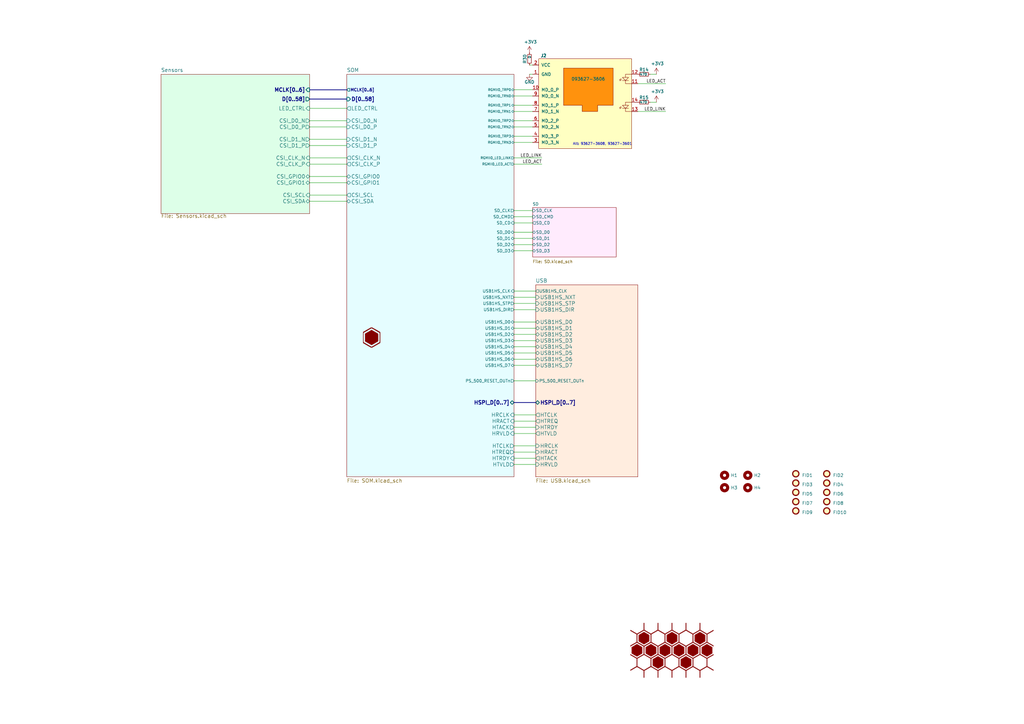
<source format=kicad_sch>
(kicad_sch (version 20230819) (generator eeschema)
  (paper "A3")
  (title_block (rev "A") (company "NA"))
  (lib_symbols
    (symbol "Device:R_Small" (pin_numbers hide) (pin_names (offset 0.254) hide)
      (property "Reference" "R" (at 0.762 0.508 0))
      (property "Value" "R_Small" (at 0.762 -1.016 0))
      (symbol "R_Small_1_1"
        (pin passive line (at 0 2.54 270) (length 0.762) (name "~") (number "1"))
        (pin passive line (at 0 -2.54 90) (length 0.762) (name "~") (number "2"))
      )
    )
    (symbol "Mechanical:Fiducial"
      (property "Reference" "FID" (at 0 5.08 0))
      (property "Value" "Fiducial" (at 0 3.175 0))
    )
    (symbol "Mechanical:MountingHole" (pin_names (offset 1.016))
      (property "Reference" "H" (at 0 5.08 0))
      (property "Value" "MountingHole" (at 0 3.175 0))
    )
    (symbol "hexa:LOGO" (pin_names (offset 1.016)))
    (symbol "logo:LOGO" (pin_names (offset 1.016)))
    (symbol "molex_0936273601:0936273601" (pin_names (offset 1.016))
      (property "Reference" "J" (at 0 16.51 0))
      (property "Value" "093627-3601" (at 0 19.05 0))
      (symbol "0936273601_1_1"
        (pin input line (at -24.13 6.35 0) (length 2.54) (name "GND") (number "1"))
        (pin input line (at -24.13 0 0) (length 2.54) (name "MD_0_P") (number "10"))
        (pin passive line (at 19.05 2.54 180) (length 2.54) (name "") (number "11"))
        (pin passive line (at 19.05 6.35 180) (length 2.54) (name "") (number "12"))
        (pin passive line (at 19.05 -8.89 180) (length 2.54) (name "") (number "13"))
        (pin passive line (at 19.05 -5.08 180) (length 2.54) (name "") (number "14"))
        (pin input line (at -24.13 10.16 0) (length 2.54) (name "VCC") (number "2"))
        (pin input line (at -24.13 -21.59 0) (length 2.54) (name "MD_3_N") (number "3"))
        (pin input line (at -24.13 -19.05 0) (length 2.54) (name "MD_3_P") (number "4"))
        (pin input line (at -24.13 -15.24 0) (length 2.54) (name "MD_2_N") (number "5"))
        (pin input line (at -24.13 -12.7 0) (length 2.54) (name "MD_2_P") (number "6"))
        (pin input line (at -24.13 -8.89 0) (length 2.54) (name "MD_1_N") (number "7"))
        (pin input line (at -24.13 -6.35 0) (length 2.54) (name "MD_1_P") (number "8"))
        (pin input line (at -24.13 -2.54 0) (length 2.54) (name "MD_0_N") (number "9"))
      )
    )
    (symbol "power:+3V3" (power) (pin_names (offset 0))
      (property "Value" "+3V3" (at 0 3.556 0))
      (symbol "+3V3_1_1"
        (pin power_in line (at 0 0 90) (length 0) hide (name "+3V3") (number "1"))
      )
    )
    (symbol "power:GND" (power) (pin_names (offset 0))
      (property "Value" "GND" (at 0 -3.81 0))
      (symbol "GND_1_1"
        (pin power_in line (at 0 0 270) (length 0) hide (name "GND") (number "1"))
      )
    )
  )
  (wire (pts (xy 210.82 182.88) (xy 219.71 182.88)))
  (wire (pts (xy 210.82 144.78) (xy 219.71 144.78)))
  (bus (pts (xy 127 36.83) (xy 142.24 36.83)))
  (wire (pts (xy 127 44.45) (xy 142.24 44.45)))
  (wire (pts (xy 210.82 177.8) (xy 219.71 177.8)))
  (wire (pts (xy 210.82 58.42) (xy 218.44 58.42)))
  (wire (pts (xy 218.44 36.83) (xy 210.82 36.83)))
  (wire (pts (xy 210.82 132.08) (xy 219.71 132.08)))
  (wire (pts (xy 210.82 127) (xy 219.71 127)))
  (wire (pts (xy 210.82 88.9) (xy 218.44 88.9)))
  (wire (pts (xy 218.44 49.53) (xy 210.82 49.53)))
  (wire (pts (xy 210.82 149.86) (xy 219.71 149.86)))
  (wire (pts (xy 210.82 124.46) (xy 219.71 124.46)))
  (bus (pts (xy 127 40.64) (xy 142.24 40.64)))
  (wire (pts (xy 210.82 86.36) (xy 218.44 86.36)))
  (wire (pts (xy 127 64.77) (xy 142.24 64.77)))
  (bus (pts (xy 210.82 165.1) (xy 219.71 165.1)))
  (wire (pts (xy 127 49.53) (xy 142.24 49.53)))
  (wire (pts (xy 210.82 95.25) (xy 218.44 95.25)))
  (wire (pts (xy 210.82 175.26) (xy 219.71 175.26)))
  (wire (pts (xy 261.62 34.29) (xy 273.05 34.29)))
  (wire (pts (xy 218.44 55.88) (xy 210.82 55.88)))
  (wire (pts (xy 210.82 52.07) (xy 218.44 52.07)))
  (wire (pts (xy 210.82 190.5) (xy 219.71 190.5)))
  (wire (pts (xy 218.44 43.18) (xy 210.82 43.18)))
  (wire (pts (xy 210.82 170.18) (xy 219.71 170.18)))
  (wire (pts (xy 210.82 45.72) (xy 218.44 45.72)))
  (wire (pts (xy 218.44 30.48) (xy 217.17 30.48)))
  (wire (pts (xy 127 80.01) (xy 142.24 80.01)))
  (wire (pts (xy 210.82 185.42) (xy 219.71 185.42)))
  (wire (pts (xy 127 57.15) (xy 142.24 57.15)))
  (wire (pts (xy 127 52.07) (xy 142.24 52.07)))
  (wire (pts (xy 217.17 26.67) (xy 218.44 26.67)))
  (wire (pts (xy 127 82.55) (xy 142.24 82.55)))
  (wire (pts (xy 210.82 137.16) (xy 219.71 137.16)))
  (wire (pts (xy 127 72.39) (xy 142.24 72.39)))
  (wire (pts (xy 210.82 119.38) (xy 219.71 119.38)))
  (wire (pts (xy 261.62 45.72) (xy 273.05 45.72)))
  (wire (pts (xy 266.7 30.48) (xy 269.24 30.48)))
  (wire (pts (xy 210.82 172.72) (xy 219.71 172.72)))
  (wire (pts (xy 210.82 139.7) (xy 219.71 139.7)))
  (wire (pts (xy 266.7 41.91) (xy 269.24 41.91)))
  (wire (pts (xy 210.82 67.31) (xy 222.25 67.31)))
  (wire (pts (xy 210.82 97.79) (xy 218.44 97.79)))
  (wire (pts (xy 210.82 64.77) (xy 222.25 64.77)))
  (wire (pts (xy 210.82 142.24) (xy 219.71 142.24)))
  (wire (pts (xy 210.82 100.33) (xy 218.44 100.33)))
  (wire (pts (xy 210.82 156.21) (xy 219.71 156.21)))
  (wire (pts (xy 210.82 39.37) (xy 218.44 39.37)))
  (wire (pts (xy 127 67.31) (xy 142.24 67.31)))
  (wire (pts (xy 210.82 121.92) (xy 219.71 121.92)))
  (wire (pts (xy 210.82 187.96) (xy 219.71 187.96)))
  (wire (pts (xy 127 59.69) (xy 142.24 59.69)))
  (wire (pts (xy 127 74.93) (xy 142.24 74.93)))
  (wire (pts (xy 210.82 102.87) (xy 218.44 102.87)))
  (wire (pts (xy 210.82 134.62) (xy 219.71 134.62)))
  (wire (pts (xy 210.82 91.44) (xy 218.44 91.44)))
  (wire (pts (xy 210.82 147.32) (xy 219.71 147.32)))
  (text "Alt: 93627-3608, 93627-3601" (at 234.95 59.69 0) (effects (font (size 1 1)) (justify left bottom)))
  (label "LED_ACT" (at 222.25 67.31 180))
  (label "LED_ACT" (at 273.05 34.29 180))
  (label "LED_LINK" (at 222.25 64.77 180))
  (label "LED_LINK" (at 273.05 45.72 180))
  (symbol (lib_id "hexa:LOGO") (at 275.59 266.7 0) (unit 1) (in_bom no)
    (property "Reference" "LOGO1" (effects hide))
    (property "Value" "LOGO" (effects hide))
    (property "Footprint" "smd:hexagon_array" (effects hide))
  )
  (symbol (lib_id "logo:LOGO") (at 152.4 138.43 0) (unit 1)
    (property "Reference" "LOGO0" (effects hide))
    (property "Value" "LOGO" (effects hide))
    (property "Footprint" "smd:logo" (effects hide))
  )
  (symbol (lib_id "Mechanical:MountingHole") (at 297.18 194.945 0) (unit 1) (in_bom no)
    (property "Reference" "H1" (at 299.72 194.945 0) (effects (justify left)))
    (property "Value" "MountingHole" (effects hide))
    (property "Footprint" "MountingHole:MountingHole_3.7mm" (effects hide))
  )
  (symbol (lib_id "Mechanical:MountingHole") (at 306.705 194.945 0) (unit 1) (in_bom no)
    (property "Reference" "H2" (at 309.245 194.945 0) (effects (justify left)))
    (property "Value" "MountingHole" (effects hide))
    (property "Footprint" "MountingHole:MountingHole_3.7mm" (effects hide))
  )
  (symbol (lib_id "Mechanical:MountingHole") (at 297.18 200.025 0) (unit 1) (in_bom no)
    (property "Reference" "H3" (at 299.72 200.025 0) (effects (justify left)))
    (property "Value" "MountingHole" (effects hide))
    (property "Footprint" "MountingHole:MountingHole_3.7mm" (effects hide))
  )
  (symbol (lib_id "Mechanical:MountingHole") (at 306.705 200.025 0) (unit 1) (in_bom no)
    (property "Reference" "H4" (at 309.245 200.025 0) (effects (justify left)))
    (property "Value" "MountingHole" (effects hide))
    (property "Footprint" "MountingHole:MountingHole_3.7mm" (effects hide))
  )
  (symbol (lib_id "Mechanical:Fiducial") (at 326.39 198.12 0) (unit 1) (in_bom no)
    (property "Reference" "FID3" (at 328.93 198.755 0) (effects (justify left)))
    (property "Value" "Fiducial" (effects hide))
    (property "Footprint" "Fiducial:Fiducial_0.5mm_Mask1mm" (effects hide))
  )
  (symbol (lib_id "Mechanical:Fiducial") (at 326.39 201.93 0) (unit 1) (in_bom no)
    (property "Reference" "FID5" (at 328.93 202.565 0) (effects (justify left)))
    (property "Value" "Fiducial" (effects hide))
    (property "Footprint" "Fiducial:Fiducial_0.5mm_Mask1mm" (effects hide))
  )
  (symbol (lib_id "Mechanical:Fiducial") (at 339.09 205.74 0) (unit 1) (in_bom no)
    (property "Reference" "FID8" (at 341.63 206.375 0) (effects (justify left)))
    (property "Value" "Fiducial" (effects hide))
    (property "Footprint" "Fiducial:Fiducial_0.5mm_Mask1mm" (effects hide))
  )
  (symbol (lib_id "Device:R_Small") (at 217.17 24.13 180) (unit 1)
    (property "Reference" "R30" (at 215.265 22.225 90) (effects (justify left)))
    (property "Value" "0" (at 217.17 22.86 90) (effects (font (size 1 1)) (justify left)))
    (property "Footprint" "smd:R_0201_0603Metric" (effects hide))
    (property "Datasheet" "https://industrial.panasonic.com/ww/products/pt/general-purpose-chip-resistors/models/ERJ1GN0R00C" (effects hide))
    (property "Manufacturer_Part_Number" "ERJ-1GN0R00C" (effects hide))
  )
  (symbol (lib_id "Mechanical:Fiducial") (at 339.09 194.31 0) (unit 1) (in_bom no)
    (property "Reference" "FID2" (at 341.63 194.945 0) (effects (justify left)))
    (property "Value" "Fiducial" (effects hide))
    (property "Footprint" "Fiducial:Fiducial_0.5mm_Mask1mm" (effects hide))
  )
  (symbol (lib_id "Mechanical:Fiducial") (at 339.09 198.12 0) (unit 1) (in_bom no)
    (property "Reference" "FID4" (at 341.63 198.755 0) (effects (justify left)))
    (property "Value" "Fiducial" (effects hide))
    (property "Footprint" "Fiducial:Fiducial_0.5mm_Mask1mm" (effects hide))
  )
  (symbol (lib_id "molex_0936273601:0936273601") (at 242.57 36.83 0) (unit 1)
    (property "Reference" "J2" (at 221.615 22.86 0) (effects (font bold) (justify left)))
    (property "Value" "093627-3606" (at 234.315 32.385 0) (effects (justify left)))
    (property "Footprint" "Conn:0936273601" (effects hide))
    (property "Datasheet" "https://www.molex.com/pdm_docs/sd/936273601_sd.pdf" (effects hide))
    (property "Manufacturer_Part_Number" "0936273608" (effects hide))
  )
  (symbol (lib_id "Mechanical:Fiducial") (at 339.09 209.55 0) (unit 1) (in_bom no)
    (property "Reference" "FID10" (at 341.63 210.185 0) (effects (justify left)))
    (property "Value" "Fiducial" (effects hide))
    (property "Footprint" "Fiducial:Fiducial_0.5mm_Mask1mm" (effects hide))
  )
  (symbol (lib_id "Device:R_Small") (at 264.16 30.48 90) (unit 1)
    (property "Reference" "R14" (at 266.065 28.575 90) (effects (justify left)))
    (property "Value" "470" (at 265.43 30.48 90) (effects (font (size 1 1)) (justify left)))
    (property "Footprint" "smd:R_0201_0603Metric" (effects hide))
    (property "Datasheet" "https://api.pim.na.industrial.panasonic.com/file_stream/main/fileversion/1263" (effects hide))
    (property "Manufacturer_Part_Number" "ERJ-1GNF4700C" (effects hide))
  )
  (symbol (lib_id "power:+3V3") (at 269.24 30.48 0) (unit 1)
    (property "Reference" "#PWR017" (effects hide))
    (property "Value" "+3V3" (at 269.621 26.0858 0))
  )
  (symbol (lib_id "Device:R_Small") (at 264.16 41.91 90) (unit 1)
    (property "Reference" "R15" (at 266.065 40.005 90) (effects (justify left)))
    (property "Value" "470" (at 265.43 41.91 90) (effects (font (size 1 1)) (justify left)))
    (property "Footprint" "smd:R_0201_0603Metric" (effects hide))
    (property "Datasheet" "https://api.pim.na.industrial.panasonic.com/file_stream/main/fileversion/1263" (effects hide))
    (property "Manufacturer_Part_Number" "ERJ-1GNF4700C" (effects hide))
  )
  (symbol (lib_id "power:+3V3") (at 217.17 21.59 0) (unit 1)
    (property "Reference" "#PWR014" (effects hide))
    (property "Value" "+3V3" (at 217.551 17.1958 0))
  )
  (symbol (lib_id "Mechanical:Fiducial") (at 326.39 205.74 0) (unit 1) (in_bom no)
    (property "Reference" "FID7" (at 328.93 206.375 0) (effects (justify left)))
    (property "Value" "Fiducial" (effects hide))
    (property "Footprint" "Fiducial:Fiducial_0.5mm_Mask1mm" (effects hide))
  )
  (symbol (lib_id "Mechanical:Fiducial") (at 326.39 209.55 0) (unit 1) (in_bom no)
    (property "Reference" "FID9" (at 328.93 210.185 0) (effects (justify left)))
    (property "Value" "Fiducial" (effects hide))
    (property "Footprint" "Fiducial:Fiducial_0.5mm_Mask1mm" (effects hide))
  )
  (symbol (lib_id "power:+3V3") (at 269.24 41.91 0) (unit 1)
    (property "Reference" "#PWR016" (effects hide))
    (property "Value" "+3V3" (at 269.621 37.5158 0))
  )
  (symbol (lib_id "power:GND") (at 217.17 30.48 0) (unit 1)
    (property "Reference" "#PWR015" (effects hide))
    (property "Value" "GND" (at 217.17 33.655 0))
  )
  (symbol (lib_id "Mechanical:Fiducial") (at 326.39 194.31 0) (unit 1) (in_bom no)
    (property "Reference" "FID1" (at 328.93 194.945 0) (effects (justify left)))
    (property "Value" "Fiducial" (effects hide))
    (property "Footprint" "Fiducial:Fiducial_0.5mm_Mask1mm" (effects hide))
  )
  (symbol (lib_id "Mechanical:Fiducial") (at 339.09 201.93 0) (unit 1) (in_bom no)
    (property "Reference" "FID6" (at 341.63 202.565 0) (effects (justify left)))
    (property "Value" "Fiducial" (effects hide))
    (property "Footprint" "Fiducial:Fiducial_0.5mm_Mask1mm" (effects hide))
  )
  (sheet (at 66.04 30.48) (size 60.96 57.15) (fill (color 210 255 224 0.7300))
    (property "Sheetname" "Sensors" (at 66.04 29.6414 0) (effects (font (size 1.524 1.524)) (justify left bottom)))
    (property "Sheetfile" "Sensors.kicad_sch" (at 66.04 87.6812 0) (effects (font (size 1.524 1.524)) (justify left top)))
    (pin "MCLK[0..6]" input (at 127 36.83 0) (effects (font (size 1.524 1.524) (thickness 0.3048) bold)))
    (pin "CSI_D1_P" output (at 127 59.69 0) (effects (font (size 1.524 1.524))))
    (pin "CSI_SCL" input (at 127 80.01 0) (effects (font (size 1.524 1.524))))
    (pin "CSI_SDA" bidirectional (at 127 82.55 0) (effects (font (size 1.524 1.524))))
    (pin "CSI_CLK_N" input (at 127 64.77 0) (effects (font (size 1.524 1.524))))
    (pin "CSI_GPIO0" bidirectional (at 127 72.39 0) (effects (font (size 1.524 1.524))))
    (pin "CSI_CLK_P" input (at 127 67.31 0) (effects (font (size 1.524 1.524))))
    (pin "CSI_D0_P" output (at 127 52.07 0) (effects (font (size 1.524 1.524))))
    (pin "CSI_D1_N" output (at 127 57.15 0) (effects (font (size 1.524 1.524))))
    (pin "CSI_D0_N" output (at 127 49.53 0) (effects (font (size 1.524 1.524))))
    (pin "CSI_GPIO1" bidirectional (at 127 74.93 0) (effects (font (size 1.524 1.524))))
    (pin "D[0..58]" output (at 127 40.64 0) (effects (font (size 1.524 1.524) (thickness 0.3048) bold)))
    (pin "LED_CTRL" input (at 127 44.45 0) (effects (font (size 1.524 1.524))))
  )
  (sheet (at 142.24 30.48) (size 68.58 165.1) (fill (color 199 251 255 0.4500))
    (property "Sheetname" "SOM" (at 142.24 29.6414 0) (effects (font (size 1.524 1.524)) (justify left bottom)))
    (property "Sheetfile" "SOM.kicad_sch" (at 142.24 196.2662 0) (effects (font (size 1.524 1.524)) (justify left top)))
    (pin "RGMII0_TRP2" bidirectional (at 210.82 49.53 0) (effects (font (size 0.9906 0.9906))))
    (pin "RGMII0_TRN2" bidirectional (at 210.82 52.07 0) (effects (font (size 0.9906 0.9906))))
    (pin "RGMII0_TRP3" bidirectional (at 210.82 55.88 0) (effects (font (size 0.9906 0.9906))))
    (pin "RGMII0_TRN3" bidirectional (at 210.82 58.42 0) (effects (font (size 0.9906 0.9906))))
    (pin "RGMII0_TRP1" bidirectional (at 210.82 43.18 0) (effects (font (size 0.9906 0.9906))))
    (pin "RGMII0_TRN1" bidirectional (at 210.82 45.72 0) (effects (font (size 0.9906 0.9906))))
    (pin "RGMII0_TRP0" bidirectional (at 210.82 36.83 0) (effects (font (size 0.9906 0.9906))))
    (pin "RGMII0_TRN0" bidirectional (at 210.82 39.37 0) (effects (font (size 0.9906 0.9906))))
    (pin "MCLK[0..6]" output (at 142.24 36.83 180) (effects (font (size 1.1938 1.1938) (thickness 0.2388) bold)))
    (pin "SD_CMD" output (at 210.82 88.9 0) (effects (font (size 1.1938 1.1938))))
    (pin "SD_CD" input (at 210.82 91.44 0) (effects (font (size 1.1938 1.1938))))
    (pin "SD_D3" bidirectional (at 210.82 102.87 0) (effects (font (size 1.1938 1.1938))))
    (pin "SD_CLK" output (at 210.82 86.36 0) (effects (font (size 1.1938 1.1938))))
    (pin "SD_D2" bidirectional (at 210.82 100.33 0) (effects (font (size 1.1938 1.1938))))
    (pin "SD_D0" bidirectional (at 210.82 95.25 0) (effects (font (size 1.1938 1.1938))))
    (pin "SD_D1" bidirectional (at 210.82 97.79 0) (effects (font (size 1.1938 1.1938))))
    (pin "USB1HS_NXT" output (at 210.82 121.92 0) (effects (font (size 1.1938 1.1938))))
    (pin "USB1HS_STP" output (at 210.82 124.46 0) (effects (font (size 1.1938 1.1938))))
    (pin "USB1HS_DIR" output (at 210.82 127 0) (effects (font (size 1.1938 1.1938))))
    (pin "USB1HS_D7" bidirectional (at 210.82 149.86 0) (effects (font (size 1.1938 1.1938))))
    (pin "USB1HS_D4" bidirectional (at 210.82 142.24 0) (effects (font (size 1.1938 1.1938))))
    (pin "USB1HS_D0" bidirectional (at 210.82 132.08 0) (effects (font (size 1.1938 1.1938))))
    (pin "USB1HS_D1" bidirectional (at 210.82 134.62 0) (effects (font (size 1.1938 1.1938))))
    (pin "USB1HS_D2" bidirectional (at 210.82 137.16 0) (effects (font (size 1.1938 1.1938))))
    (pin "USB1HS_D6" bidirectional (at 210.82 147.32 0) (effects (font (size 1.1938 1.1938))))
    (pin "USB1HS_D3" bidirectional (at 210.82 139.7 0) (effects (font (size 1.1938 1.1938))))
    (pin "USB1HS_D5" bidirectional (at 210.82 144.78 0) (effects (font (size 1.1938 1.1938))))
    (pin "PS_500_RESET_OUTn" output (at 210.82 156.21 0) (effects (font (size 1.1938 1.1938))))
    (pin "USB1HS_CLK" input (at 210.82 119.38 0) (effects (font (size 1.1938 1.1938))))
    (pin "CSI_GPIO0" bidirectional (at 142.24 72.39 180) (effects (font (size 1.524 1.524))))
    (pin "CSI_SCL" output (at 142.24 80.01 180) (effects (font (size 1.524 1.524))))
    (pin "CSI_SDA" bidirectional (at 142.24 82.55 180) (effects (font (size 1.524 1.524))))
    (pin "CSI_D0_N" input (at 142.24 49.53 180) (effects (font (size 1.524 1.524))))
    (pin "CSI_D0_P" input (at 142.24 52.07 180) (effects (font (size 1.524 1.524))))
    (pin "CSI_D1_N" input (at 142.24 57.15 180) (effects (font (size 1.524 1.524))))
    (pin "CSI_D1_P" input (at 142.24 59.69 180) (effects (font (size 1.524 1.524))))
    (pin "CSI_CLK_N" output (at 142.24 64.77 180) (effects (font (size 1.524 1.524))))
    (pin "CSI_GPIO1" bidirectional (at 142.24 74.93 180) (effects (font (size 1.524 1.524))))
    (pin "CSI_CLK_P" output (at 142.24 67.31 180) (effects (font (size 1.524 1.524))))
    (pin "RGMII0_LED_ACT" output (at 210.82 67.31 0) (effects (font (size 0.9906 0.9906))))
    (pin "RGMII0_LED_LINK" output (at 210.82 64.77 0) (effects (font (size 0.9906 0.9906))))
    (pin "D[0..58]" input (at 142.24 40.64 180) (effects (font (size 1.524 1.524) (thickness 0.3048) bold)))
    (pin "HTRDY" input (at 210.82 187.96 0) (effects (font (size 1.524 1.524))))
    (pin "HRACT" input (at 210.82 172.72 0) (effects (font (size 1.524 1.524))))
    (pin "HRVLD" input (at 210.82 177.8 0) (effects (font (size 1.524 1.524))))
    (pin "HRCLK" input (at 210.82 170.18 0) (effects (font (size 1.524 1.524))))
    (pin "HTACK" output (at 210.82 175.26 0) (effects (font (size 1.524 1.524))))
    (pin "HTCLK" output (at 210.82 182.88 0) (effects (font (size 1.524 1.524))))
    (pin "HTREQ" output (at 210.82 185.42 0) (effects (font (size 1.524 1.524))))
    (pin "HTVLD" output (at 210.82 190.5 0) (effects (font (size 1.524 1.524))))
    (pin "HSPI_D[0..7]" bidirectional (at 210.82 165.1 0) (effects (font (size 1.524 1.524) (thickness 0.3048) bold)))
    (pin "LED_CTRL" output (at 142.24 44.45 180) (effects (font (size 1.524 1.524))))
  )
  (sheet (at 219.71 116.84) (size 41.91 78.74) (fill (color 255 216 186 0.4600))
    (property "Sheetname" "USB" (at 219.71 116.0014 0) (effects (font (size 1.524 1.524)) (justify left bottom)))
    (property "Sheetfile" "USB.kicad_sch" (at 219.71 196.2662 0) (effects (font (size 1.524 1.524)) (justify left top)))
    (pin "USB1HS_NXT" input (at 219.71 121.92 180) (effects (font (size 1.524 1.524))))
    (pin "USB1HS_STP" input (at 219.71 124.46 180) (effects (font (size 1.524 1.524))))
    (pin "USB1HS_DIR" input (at 219.71 127 180) (effects (font (size 1.524 1.524))))
    (pin "USB1HS_D7" bidirectional (at 219.71 149.86 180) (effects (font (size 1.524 1.524))))
    (pin "USB1HS_D4" bidirectional (at 219.71 142.24 180) (effects (font (size 1.524 1.524))))
    (pin "USB1HS_D0" bidirectional (at 219.71 132.08 180) (effects (font (size 1.524 1.524))))
    (pin "USB1HS_D1" bidirectional (at 219.71 134.62 180) (effects (font (size 1.524 1.524))))
    (pin "USB1HS_D2" bidirectional (at 219.71 137.16 180) (effects (font (size 1.524 1.524))))
    (pin "USB1HS_D6" bidirectional (at 219.71 147.32 180) (effects (font (size 1.524 1.524))))
    (pin "USB1HS_D3" bidirectional (at 219.71 139.7 180) (effects (font (size 1.524 1.524))))
    (pin "USB1HS_D5" bidirectional (at 219.71 144.78 180) (effects (font (size 1.524 1.524))))
    (pin "PS_500_RESET_OUTn" input (at 219.71 156.21 180) (effects (font (size 1.1938 1.1938))))
    (pin "USB1HS_CLK" output (at 219.71 119.38 180) (effects (font (size 1.1938 1.1938))))
    (pin "HRCLK" input (at 219.71 182.88 180) (effects (font (size 1.524 1.524))))
    (pin "HRACT" input (at 219.71 185.42 180) (effects (font (size 1.524 1.524))))
    (pin "HRVLD" input (at 219.71 190.5 180) (effects (font (size 1.524 1.524))))
    (pin "HTREQ" output (at 219.71 172.72 180) (effects (font (size 1.524 1.524))))
    (pin "HTCLK" output (at 219.71 170.18 180) (effects (font (size 1.524 1.524))))
    (pin "HTACK" output (at 219.71 187.96 180) (effects (font (size 1.524 1.524))))
    (pin "HTVLD" output (at 219.71 177.8 180) (effects (font (size 1.524 1.524))))
    (pin "HTRDY" input (at 219.71 175.26 180) (effects (font (size 1.524 1.524))))
    (pin "HSPI_D[0..7]" bidirectional (at 219.71 165.1 180) (effects (font (size 1.524 1.524) (thickness 0.3048) bold)))
  )
  (sheet (at 218.44 85.09) (size 34.29 20.32) (fill (color 255 220 250 0.5700))
    (property "Sheetname" "SD" (at 218.44 84.4165 0) (effects (font (size 1.1938 1.1938)) (justify left bottom)))
    (property "Sheetfile" "SD.kicad_sch" (at 218.44 106.5991 0) (effects (font (size 1.1938 1.1938)) (justify left top)))
    (pin "SD_CMD" input (at 218.44 88.9 180) (effects (font (size 1.1938 1.1938))))
    (pin "SD_CD" output (at 218.44 91.44 180) (effects (font (size 1.1938 1.1938))))
    (pin "SD_D3" bidirectional (at 218.44 102.87 180) (effects (font (size 1.1938 1.1938))))
    (pin "SD_CLK" input (at 218.44 86.36 180) (effects (font (size 1.1938 1.1938))))
    (pin "SD_D2" bidirectional (at 218.44 100.33 180) (effects (font (size 1.1938 1.1938))))
    (pin "SD_D0" bidirectional (at 218.44 95.25 180) (effects (font (size 1.1938 1.1938))))
    (pin "SD_D1" bidirectional (at 218.44 97.79 180) (effects (font (size 1.1938 1.1938))))
  )
)
</source>
